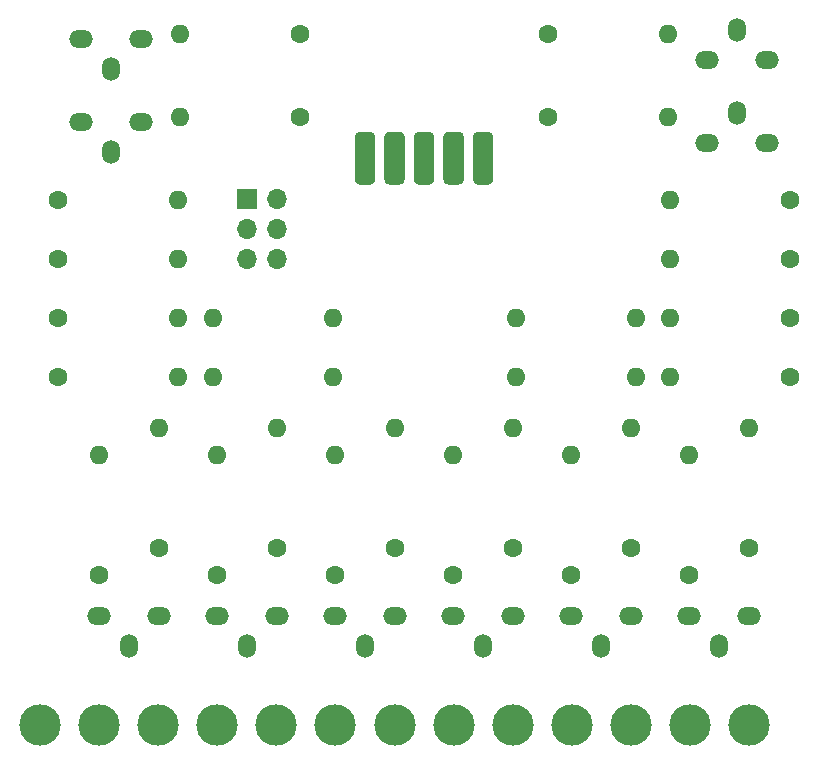
<source format=gbs>
G04 #@! TF.GenerationSoftware,KiCad,Pcbnew,(5.1.7)-1*
G04 #@! TF.CreationDate,2022-07-12T08:18:53+02:00*
G04 #@! TF.ProjectId,Flip-Flop-Modul,466c6970-2d46-46c6-9f70-2d4d6f64756c,rev?*
G04 #@! TF.SameCoordinates,Original*
G04 #@! TF.FileFunction,Soldermask,Bot*
G04 #@! TF.FilePolarity,Negative*
%FSLAX46Y46*%
G04 Gerber Fmt 4.6, Leading zero omitted, Abs format (unit mm)*
G04 Created by KiCad (PCBNEW (5.1.7)-1) date 2022-07-12 08:18:53*
%MOMM*%
%LPD*%
G01*
G04 APERTURE LIST*
%ADD10C,1.600000*%
%ADD11O,1.600000X1.600000*%
%ADD12R,1.700000X1.700000*%
%ADD13O,1.700000X1.700000*%
%ADD14O,1.500000X2.000000*%
%ADD15O,2.000000X1.500000*%
%ADD16C,3.500000*%
G04 APERTURE END LIST*
D10*
X91000000Y-57500000D03*
D11*
X80840000Y-57500000D03*
D10*
X91000000Y-52500000D03*
D11*
X80840000Y-52500000D03*
D10*
X29000000Y-57500000D03*
D11*
X39160000Y-57500000D03*
D10*
X62460000Y-74250000D03*
D11*
X62460000Y-64090000D03*
D10*
X82460000Y-74250000D03*
D11*
X82460000Y-64090000D03*
D10*
X42460000Y-74250000D03*
D11*
X42460000Y-64090000D03*
D10*
X29000000Y-52500000D03*
D11*
X39160000Y-52500000D03*
X52250000Y-52500000D03*
X42090000Y-52500000D03*
X52250000Y-57500000D03*
X42090000Y-57500000D03*
X67750000Y-52500000D03*
X77910000Y-52500000D03*
X67750000Y-57500000D03*
X77910000Y-57500000D03*
D12*
X45000000Y-42460000D03*
D13*
X47540000Y-42460000D03*
X45000000Y-45000000D03*
X47540000Y-45000000D03*
X45000000Y-47540000D03*
X47540000Y-47540000D03*
D10*
X91000000Y-42500000D03*
D11*
X80840000Y-42500000D03*
D10*
X91000000Y-47500000D03*
D11*
X80840000Y-47500000D03*
D10*
X29000000Y-47500000D03*
D11*
X39160000Y-47500000D03*
D10*
X29000000Y-42500000D03*
D11*
X39160000Y-42500000D03*
D10*
X70500000Y-35500000D03*
D11*
X80660000Y-35500000D03*
D10*
X70500000Y-28500000D03*
D11*
X80660000Y-28500000D03*
D10*
X49500000Y-28500000D03*
D11*
X39340000Y-28500000D03*
D10*
X49500000Y-35500000D03*
D11*
X39340000Y-35500000D03*
D14*
X85000000Y-80290000D03*
D15*
X87540000Y-77750000D03*
X82460000Y-77750000D03*
D14*
X75000000Y-80290000D03*
D15*
X77540000Y-77750000D03*
X72460000Y-77750000D03*
D10*
X87540000Y-72000000D03*
D11*
X87540000Y-61840000D03*
D10*
X77540000Y-72000000D03*
D11*
X77540000Y-61840000D03*
D10*
X72460000Y-74250000D03*
D11*
X72460000Y-64090000D03*
D14*
X65000000Y-80290000D03*
D15*
X67540000Y-77750000D03*
X62460000Y-77750000D03*
D10*
X67540000Y-72000000D03*
D11*
X67540000Y-61840000D03*
D14*
X45000000Y-80290000D03*
D15*
X47540000Y-77750000D03*
X42460000Y-77750000D03*
D14*
X35000000Y-80290000D03*
D15*
X37540000Y-77750000D03*
X32460000Y-77750000D03*
D10*
X47540000Y-72000000D03*
D11*
X47540000Y-61840000D03*
D10*
X37540000Y-72000000D03*
D11*
X37540000Y-61840000D03*
D10*
X32460000Y-74250000D03*
D11*
X32460000Y-64090000D03*
D14*
X55000000Y-80290000D03*
D15*
X57540000Y-77750000D03*
X52460000Y-77750000D03*
D10*
X57540000Y-72000000D03*
D11*
X57540000Y-61840000D03*
D10*
X52460000Y-74250000D03*
D11*
X52460000Y-64090000D03*
D14*
X86500000Y-35210000D03*
D15*
X83960000Y-37750000D03*
X89040000Y-37750000D03*
D14*
X86500000Y-28160000D03*
D15*
X83960000Y-30700000D03*
X89040000Y-30700000D03*
D14*
X33500000Y-31440000D03*
D15*
X36040000Y-28900000D03*
X30960000Y-28900000D03*
D16*
X27500000Y-87000000D03*
X32500000Y-87000000D03*
X37500000Y-87000000D03*
X42500000Y-87000000D03*
X47500000Y-87000000D03*
X52500000Y-87000000D03*
X57500000Y-87000000D03*
X62500000Y-87000000D03*
X67500000Y-87000000D03*
X72500000Y-87000000D03*
X77500000Y-87000000D03*
X82500000Y-87000000D03*
X87500000Y-87000000D03*
G36*
G01*
X64125000Y-40812500D02*
X64125000Y-37187500D01*
G75*
G02*
X64562500Y-36750000I437500J0D01*
G01*
X65437500Y-36750000D01*
G75*
G02*
X65875000Y-37187500I0J-437500D01*
G01*
X65875000Y-40812500D01*
G75*
G02*
X65437500Y-41250000I-437500J0D01*
G01*
X64562500Y-41250000D01*
G75*
G02*
X64125000Y-40812500I0J437500D01*
G01*
G37*
G36*
G01*
X61625000Y-40812500D02*
X61625000Y-37187500D01*
G75*
G02*
X62062500Y-36750000I437500J0D01*
G01*
X62937500Y-36750000D01*
G75*
G02*
X63375000Y-37187500I0J-437500D01*
G01*
X63375000Y-40812500D01*
G75*
G02*
X62937500Y-41250000I-437500J0D01*
G01*
X62062500Y-41250000D01*
G75*
G02*
X61625000Y-40812500I0J437500D01*
G01*
G37*
G36*
G01*
X59125000Y-40812500D02*
X59125000Y-37187500D01*
G75*
G02*
X59562500Y-36750000I437500J0D01*
G01*
X60437500Y-36750000D01*
G75*
G02*
X60875000Y-37187500I0J-437500D01*
G01*
X60875000Y-40812500D01*
G75*
G02*
X60437500Y-41250000I-437500J0D01*
G01*
X59562500Y-41250000D01*
G75*
G02*
X59125000Y-40812500I0J437500D01*
G01*
G37*
G36*
G01*
X56625000Y-40812500D02*
X56625000Y-37187500D01*
G75*
G02*
X57062500Y-36750000I437500J0D01*
G01*
X57937500Y-36750000D01*
G75*
G02*
X58375000Y-37187500I0J-437500D01*
G01*
X58375000Y-40812500D01*
G75*
G02*
X57937500Y-41250000I-437500J0D01*
G01*
X57062500Y-41250000D01*
G75*
G02*
X56625000Y-40812500I0J437500D01*
G01*
G37*
G36*
G01*
X54125000Y-40812500D02*
X54125000Y-37187500D01*
G75*
G02*
X54562500Y-36750000I437500J0D01*
G01*
X55437500Y-36750000D01*
G75*
G02*
X55875000Y-37187500I0J-437500D01*
G01*
X55875000Y-40812500D01*
G75*
G02*
X55437500Y-41250000I-437500J0D01*
G01*
X54562500Y-41250000D01*
G75*
G02*
X54125000Y-40812500I0J437500D01*
G01*
G37*
D14*
X33500000Y-38440000D03*
D15*
X36040000Y-35900000D03*
X30960000Y-35900000D03*
M02*

</source>
